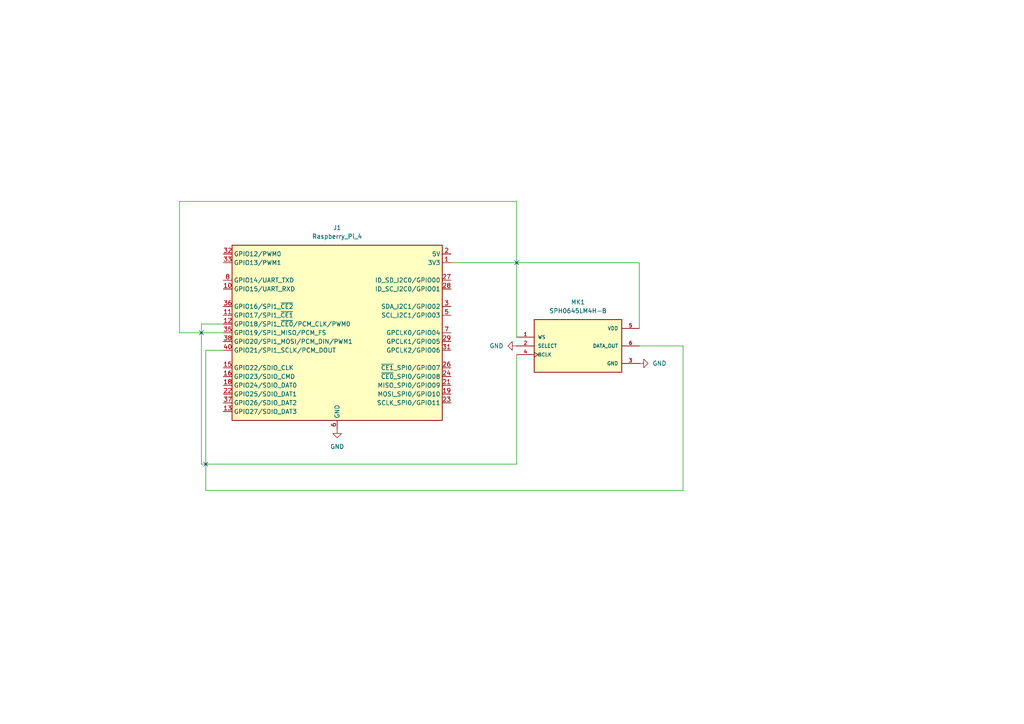
<source format=kicad_sch>
(kicad_sch (version 20250114) (generator "eeschema") (generator_version "9.0")
  (paper "A4")
  (lib_symbols
    (symbol "Connector:Raspberry_Pi_4"
      (property "Reference" "J" (at -17.526 48.768 0))
      (property "Value" "Raspberry_Pi_4" (at 15.748 -26.416 0))
      (symbol "Raspberry_Pi_4_0_1"
        (rectangle (start -30.48 25.4) (end 30.48 -25.4) (stroke (width 0.254)) (fill (type background)))
      )
      (symbol "Raspberry_Pi_4_1_1"
        (pin bidirectional line (at -33.02 22.86 0) (length 2.54) (name "GPIO12/PWM0") (number "32"))
        (pin bidirectional line (at -33.02 20.32 0) (length 2.54) (name "GPIO13/PWM1") (number "33"))
        (pin bidirectional line (at -33.02 15.24 0) (length 2.54) (name "GPIO14/UART_TXD") (number "8"))
        (pin bidirectional line (at -33.02 12.7 0) (length 2.54) (name "GPIO15/UART_RXD") (number "10"))
        (pin bidirectional line (at -33.02 7.62 0) (length 2.54) (name "GPIO16/SPI1_~{CE2}") (number "36"))
        (pin bidirectional line (at -33.02 5.08 0) (length 2.54) (name "GPIO17/SPI1_~{CE1}") (number "11"))
        (pin bidirectional line (at -33.02 2.54 0) (length 2.54) (name "GPIO18/SPI1_~{CE0}/PCM_CLK/PWM0") (number "12"))
        (pin bidirectional line (at -33.02 0 0) (length 2.54) (name "GPIO19/SPI1_MISO/PCM_FS") (number "35"))
        (pin bidirectional line (at -33.02 -2.54 0) (length 2.54) (name "GPIO20/SPI1_MOSI/PCM_DIN/PWM1") (number "38"))
        (pin bidirectional line (at -33.02 -5.08 0) (length 2.54) (name "GPIO21/SPI1_SCLK/PCM_DOUT") (number "40"))
        (pin bidirectional line (at -33.02 -10.16 0) (length 2.54) (name "GPIO22/SDIO_CLK") (number "15"))
        (pin bidirectional line (at -33.02 -12.7 0) (length 2.54) (name "GPIO23/SDIO_CMD") (number "16"))
        (pin bidirectional line (at -33.02 -15.24 0) (length 2.54) (name "GPIO24/SDIO_DAT0") (number "18"))
        (pin bidirectional line (at -33.02 -17.78 0) (length 2.54) (name "GPIO25/SDIO_DAT1") (number "22"))
        (pin bidirectional line (at -33.02 -20.32 0) (length 2.54) (name "GPIO26/SDIO_DAT2") (number "37"))
        (pin bidirectional line (at -33.02 -22.86 0) (length 2.54) (name "GPIO27/SDIO_DAT3") (number "13"))
        (pin passive line (at 0 -27.94 90) (length 2.54) (hide yes) (name "GND") (number "14"))
        (pin passive line (at 0 -27.94 90) (length 2.54) (hide yes) (name "GND") (number "20"))
        (pin passive line (at 0 -27.94 90) (length 2.54) (hide yes) (name "GND") (number "25"))
        (pin passive line (at 0 -27.94 90) (length 2.54) (hide yes) (name "GND") (number "30"))
        (pin passive line (at 0 -27.94 90) (length 2.54) (hide yes) (name "GND") (number "34"))
        (pin passive line (at 0 -27.94 90) (length 2.54) (hide yes) (name "GND") (number "39"))
        (pin power_out line (at 0 -27.94 90) (length 2.54) (name "GND") (number "6"))
        (pin passive line (at 0 -27.94 90) (length 2.54) (hide yes) (name "GND") (number "9"))
        (pin power_out line (at 33.02 22.86 180) (length 2.54) (name "5V") (number "2"))
        (pin passive line (at 33.02 22.86 180) (length 2.54) (hide yes) (name "5V") (number "4"))
        (pin power_out line (at 33.02 20.32 180) (length 2.54) (name "3V3") (number "1"))
        (pin passive line (at 33.02 20.32 180) (length 2.54) (hide yes) (name "3V3") (number "17"))
        (pin bidirectional line (at 33.02 15.24 180) (length 2.54) (name "ID_SD_I2C0/GPIO00") (number "27"))
        (pin bidirectional line (at 33.02 12.7 180) (length 2.54) (name "ID_SC_I2C0/GPIO01") (number "28"))
        (pin bidirectional line (at 33.02 7.62 180) (length 2.54) (name "SDA_I2C1/GPIO02") (number "3"))
        (pin bidirectional line (at 33.02 5.08 180) (length 2.54) (name "SCL_I2C1/GPIO03") (number "5"))
        (pin bidirectional line (at 33.02 0 180) (length 2.54) (name "GPCLK0/GPIO04") (number "7"))
        (pin bidirectional line (at 33.02 -2.54 180) (length 2.54) (name "GPCLK1/GPIO05") (number "29"))
        (pin bidirectional line (at 33.02 -5.08 180) (length 2.54) (name "GPCLK2/GPIO06") (number "31"))
        (pin bidirectional line (at 33.02 -10.16 180) (length 2.54) (name "~{CE1}_SPI0/GPIO07") (number "26"))
        (pin bidirectional line (at 33.02 -12.7 180) (length 2.54) (name "~{CE0}_SPI0/GPIO08") (number "24"))
        (pin bidirectional line (at 33.02 -15.24 180) (length 2.54) (name "MISO_SPI0/GPIO09") (number "21"))
        (pin bidirectional line (at 33.02 -17.78 180) (length 2.54) (name "MOSI_SPI0/GPIO10") (number "19"))
        (pin bidirectional line (at 33.02 -20.32 180) (length 2.54) (name "SCLK_SPI0/GPIO11") (number "23"))
      )
    )
    (symbol "SPH0645LM4H-B:SPH0645LM4H-B" (pin_names (offset 1.016))
      (property "Reference" "MK" (at -12.7399 8.1466 0))
      (property "Value" "SPH0645LM4H-B" (at -12.7473 -10.1926 0))
      (symbol "SPH0645LM4H-B_0_0"
        (rectangle (start -12.7 -7.62) (end 12.7 7.62) (stroke (width 0.254)) (fill (type background)))
        (pin input line (at -17.78 2.54 0) (length 5.08) (name "WS") (number "1"))
        (pin input line (at -17.78 0 0) (length 5.08) (name "SELECT") (number "2"))
        (pin input clock (at -17.78 -2.54 0) (length 5.08) (name "BCLK") (number "4"))
        (pin power_in line (at 17.78 5.08 180) (length 5.08) (name "VDD") (number "5"))
        (pin output line (at 17.78 0 180) (length 5.08) (name "DATA_OUT") (number "6"))
        (pin power_in line (at 17.78 -5.08 180) (length 5.08) (name "GND") (number "3"))
      )
    )
    (symbol "power:GND" (power) (pin_numbers (hide yes)) (pin_names (offset 0) (hide yes))
      (property "Value" "GND" (at 0 -3.81 0))
      (symbol "GND_0_1"
        (polyline (pts (xy 0 0) (xy 0 -1.27) (xy 1.27 -1.27) (xy 0 -2.54) (xy -1.27 -1.27) (xy 0 -1.27)))
      )
      (symbol "GND_1_1"
        (pin power_in line (at 0 0 270) (length 0) (name "~") (number "1"))
      )
    )
  )
  (no_connect (at 59.69 134.62))
  (no_connect (at 58.42 96.52))
  (no_connect (at 149.86 76.2))
  (wire (pts (xy 149.86 58.42) (xy 149.86 97.79)))
  (wire (pts (xy 59.69 142.24) (xy 198.12 142.24)))
  (wire (pts (xy 64.77 96.52) (xy 52.07 96.52)))
  (wire (pts (xy 58.42 134.62) (xy 149.86 134.62)))
  (wire (pts (xy 52.07 58.42) (xy 149.86 58.42)))
  (wire (pts (xy 198.12 100.33) (xy 185.42 100.33)))
  (wire (pts (xy 58.42 93.98) (xy 58.42 134.62)))
  (wire (pts (xy 59.69 101.6) (xy 59.69 142.24)))
  (wire (pts (xy 149.86 134.62) (xy 149.86 102.87)))
  (wire (pts (xy 64.77 93.98) (xy 58.42 93.98)))
  (wire (pts (xy 198.12 142.24) (xy 198.12 100.33)))
  (wire (pts (xy 130.81 76.2) (xy 185.42 76.2)))
  (wire (pts (xy 52.07 96.52) (xy 52.07 58.42)))
  (wire (pts (xy 185.42 76.2) (xy 185.42 95.25)))
  (wire (pts (xy 64.77 101.6) (xy 59.69 101.6)))
  (symbol (lib_id "Connector:Raspberry_Pi_4") (at 97.79 96.52 0) (unit 1)
    (property "Reference" "J1" (at 97.79 66.04 0))
    (property "Value" "Raspberry_Pi_4" (at 97.79 68.58 0))
    (property "Datasheet" "https://datasheets.raspberrypi.com/rpi4/raspberry-pi-4-datasheet.pdf" (effects (hide yes)))
    (property "Description" "Raspberry Pi 4 Model B" (effects (hide yes)))
  )
  (symbol (lib_id "power:GND") (at 97.79 124.46 0) (unit 1)
    (property "Reference" "#PWR02" (effects (hide yes)))
    (property "Value" "GND" (at 97.79 129.54 0))
    (property "Description" "Power symbol creates a global label with name \"GND\" , ground" (effects (hide yes)))
  )
  (symbol (lib_id "power:GND") (at 185.42 105.41 90) (unit 1)
    (property "Reference" "#PWR03" (effects (hide yes)))
    (property "Value" "GND" (at 189.23 105.4099 90) (effects (justify right)))
    (property "Description" "Power symbol creates a global label with name \"GND\" , ground" (effects (hide yes)))
  )
  (symbol (lib_id "power:GND") (at 149.86 100.33 270) (unit 1)
    (property "Reference" "#PWR01" (effects (hide yes)))
    (property "Value" "GND" (at 146.05 100.3299 90) (effects (justify right)))
    (property "Description" "Power symbol creates a global label with name \"GND\" , ground" (effects (hide yes)))
  )
  (symbol (lib_id "SPH0645LM4H-B:SPH0645LM4H-B") (at 167.64 100.33 0) (unit 1)
    (property "Reference" "MK1" (at 167.64 87.63 0))
    (property "Value" "SPH0645LM4H-B" (at 167.64 90.17 0))
    (property "Footprint" "SPH0645LM4H-B:MIC_SPH0645LM4H-B" (effects (hide yes)))
    (property "MF" "Knowles" (effects (hide yes)))
    (property "DESCRIPTION" "Mic Mems Digital I2s Omni -26db" (effects (hide yes)))
    (property "PACKAGE" "SIP-7 Bourns" (effects (hide yes)))
    (property "PRICE" "None" (effects (hide yes)))
    (property "Package" "None" (effects (hide yes)))
    (property "Check_prices" "https://www.snapeda.com/parts/SPH0645LM4H-B/Knowles/view-part/?ref=eda" (effects (hide yes)))
    (property "Price" "None" (effects (hide yes)))
    (property "SnapEDA_Link" "https://www.snapeda.com/parts/SPH0645LM4H-B/Knowles/view-part/?ref=snap" (effects (hide yes)))
    (property "MP" "SPH0645LM4H-B" (effects (hide yes)))
    (property "Availability" "In Stock" (effects (hide yes)))
    (property "AVAILABILITY" "Unavailable" (effects (hide yes)))
    (property "Description_1" "20 Hz ~ 10 kHz Digital, I2S Microphone MEMS (Silicon) 1.62 V ~ 3.6 V Omnidirectional (-26dB ±3dB @ 94dB SPL) Solder Pads" (effects (hide yes)))
  )
)
</source>
